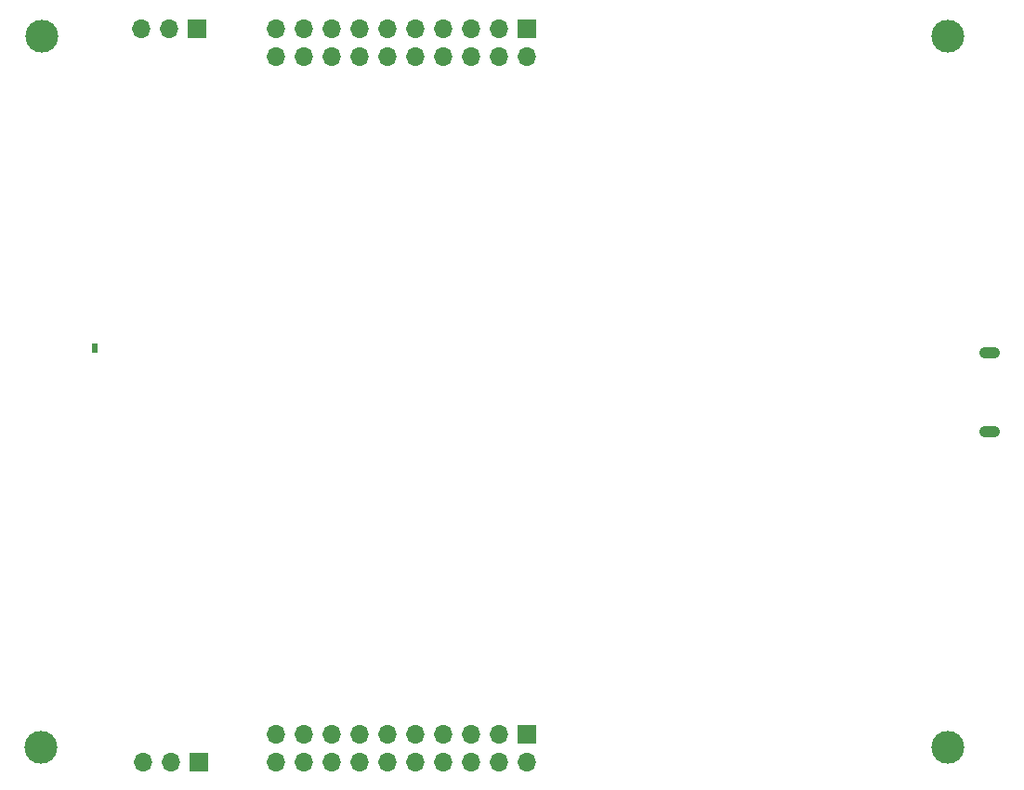
<source format=gbr>
%TF.GenerationSoftware,KiCad,Pcbnew,(5.1.9)-1*%
%TF.CreationDate,2021-08-26T02:42:55-04:00*%
%TF.ProjectId,CC2652_OnBoard,43433236-3532-45f4-9f6e-426f6172642e,rev?*%
%TF.SameCoordinates,Original*%
%TF.FileFunction,Soldermask,Bot*%
%TF.FilePolarity,Negative*%
%FSLAX46Y46*%
G04 Gerber Fmt 4.6, Leading zero omitted, Abs format (unit mm)*
G04 Created by KiCad (PCBNEW (5.1.9)-1) date 2021-08-26 02:42:55*
%MOMM*%
%LPD*%
G01*
G04 APERTURE LIST*
%ADD10C,3.000000*%
%ADD11R,0.500000X0.900000*%
%ADD12O,1.900000X1.050000*%
%ADD13O,1.700000X1.700000*%
%ADD14R,1.700000X1.700000*%
G04 APERTURE END LIST*
D10*
%TO.C,REF\u002A\u002A*%
X157850000Y-49950000D03*
%TD*%
%TO.C,REF\u002A\u002A*%
X157850000Y-114750000D03*
%TD*%
%TO.C,REF\u002A\u002A*%
X75200000Y-114800000D03*
%TD*%
%TO.C,REF\u002A\u002A*%
X75250000Y-49950000D03*
%TD*%
D11*
%TO.C,REF\u002A\u002A*%
X80150000Y-78400000D03*
%TD*%
D12*
%TO.C,USB_CONNECTOR_A1*%
X161650000Y-78825000D03*
X161650000Y-85975000D03*
%TD*%
D13*
%TO.C,PINS_PWR_IZQ1*%
X84320000Y-49200000D03*
X86860000Y-49200000D03*
D14*
X89400000Y-49200000D03*
%TD*%
D13*
%TO.C,PINS_PWR_DER1*%
X84520000Y-116100000D03*
X87060000Y-116100000D03*
D14*
X89600000Y-116100000D03*
%TD*%
D13*
%TO.C,PINS_IZQ1*%
X96590000Y-51790000D03*
X96590000Y-49250000D03*
X99130000Y-51790000D03*
X99130000Y-49250000D03*
X101670000Y-51790000D03*
X101670000Y-49250000D03*
X104210000Y-51790000D03*
X104210000Y-49250000D03*
X106750000Y-51790000D03*
X106750000Y-49250000D03*
X109290000Y-51790000D03*
X109290000Y-49250000D03*
X111830000Y-51790000D03*
X111830000Y-49250000D03*
X114370000Y-51790000D03*
X114370000Y-49250000D03*
X116910000Y-51790000D03*
X116910000Y-49250000D03*
X119450000Y-51790000D03*
D14*
X119450000Y-49250000D03*
%TD*%
D13*
%TO.C,PINS_DER1*%
X96590000Y-116090000D03*
X96590000Y-113550000D03*
X99130000Y-116090000D03*
X99130000Y-113550000D03*
X101670000Y-116090000D03*
X101670000Y-113550000D03*
X104210000Y-116090000D03*
X104210000Y-113550000D03*
X106750000Y-116090000D03*
X106750000Y-113550000D03*
X109290000Y-116090000D03*
X109290000Y-113550000D03*
X111830000Y-116090000D03*
X111830000Y-113550000D03*
X114370000Y-116090000D03*
X114370000Y-113550000D03*
X116910000Y-116090000D03*
X116910000Y-113550000D03*
X119450000Y-116090000D03*
D14*
X119450000Y-113550000D03*
%TD*%
M02*

</source>
